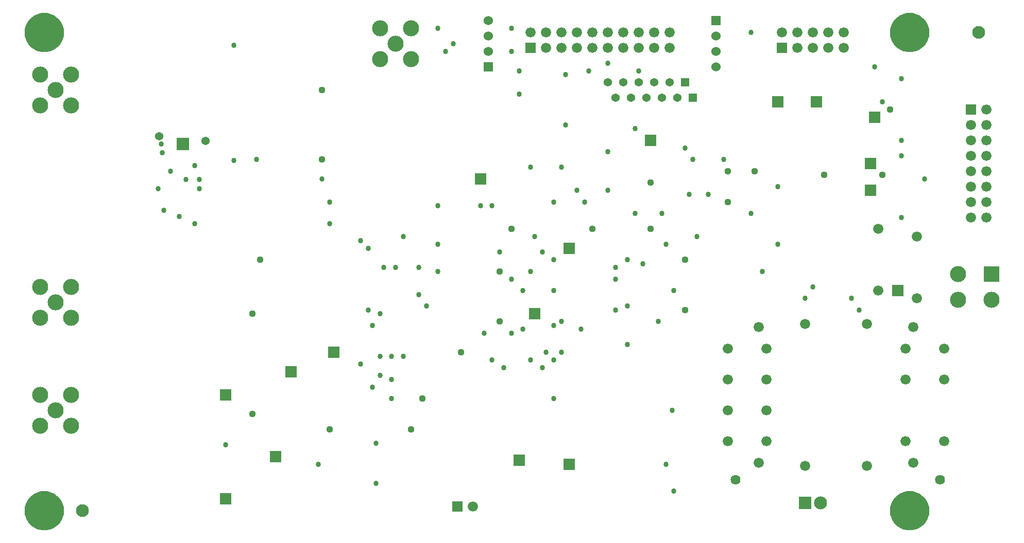
<source format=gbs>
*%FSLAX24Y24*%
*%MOIN*%
G01*
%ADD11C,0.0000*%
%ADD12C,0.0050*%
%ADD13C,0.0060*%
%ADD14C,0.0070*%
%ADD15C,0.0073*%
%ADD16C,0.0079*%
%ADD17C,0.0080*%
%ADD18C,0.0098*%
%ADD19C,0.0100*%
%ADD20C,0.0120*%
%ADD21C,0.0160*%
%ADD22C,0.0200*%
%ADD23C,0.0200*%
%ADD24C,0.0240*%
%ADD25O,0.0240X0.0800*%
%ADD26O,0.0280X0.0840*%
%ADD27C,0.0300*%
%ADD28C,0.0300*%
%ADD29C,0.0320*%
%ADD30C,0.0340*%
%ADD31C,0.0360*%
%ADD32C,0.0380*%
%ADD33C,0.0394*%
%ADD34C,0.0400*%
%ADD35C,0.0400*%
%ADD36C,0.0430*%
%ADD37C,0.0434*%
%ADD38C,0.0440*%
%ADD39C,0.0500*%
%ADD40C,0.0500*%
%ADD41O,0.0500X0.1000*%
%ADD42C,0.0520*%
%ADD43C,0.0540*%
%ADD44O,0.0540X0.1040*%
%ADD45C,0.0560*%
%ADD46C,0.0580*%
%ADD47C,0.0600*%
%ADD48C,0.0620*%
%ADD49C,0.0630*%
%ADD50C,0.0640*%
%ADD51C,0.0650*%
%ADD52C,0.0660*%
%ADD53C,0.0670*%
%ADD54C,0.0760*%
%ADD55O,0.0800X0.0240*%
%ADD56C,0.0800*%
%ADD57C,0.0827*%
%ADD58O,0.0840X0.0280*%
%ADD59C,0.0840*%
%ADD60C,0.0850*%
%ADD61C,0.0870*%
%ADD62C,0.1000*%
%ADD63C,0.1040*%
%ADD64C,0.1516*%
%ADD65C,0.2500*%
%ADD66C,0.2500*%
%ADD67R,0.0100X0.0100*%
%ADD68R,0.0100X0.0320*%
%ADD69R,0.0140X0.0360*%
%ADD70R,0.0200X0.0200*%
%ADD71R,0.0300X0.0300*%
%ADD72R,0.0300X0.0300*%
%ADD73R,0.0320X0.0100*%
%ADD74R,0.0340X0.0340*%
%ADD75R,0.0350X0.0550*%
%ADD76R,0.0360X0.0140*%
%ADD77R,0.0360X0.0360*%
%ADD78R,0.0360X0.0500*%
%ADD79R,0.0394X0.0551*%
%ADD80R,0.0394X0.1102*%
%ADD81R,0.0400X0.0400*%
%ADD82R,0.0400X0.0500*%
%ADD83R,0.0400X0.0540*%
%ADD84R,0.0400X0.0750*%
%ADD85R,0.0434X0.0591*%
%ADD86R,0.0440X0.0540*%
%ADD87R,0.0500X0.0360*%
%ADD88R,0.0500X0.0400*%
%ADD89R,0.0500X0.0500*%
%ADD90R,0.0500X0.0500*%
%ADD91R,0.0500X0.0750*%
%ADD92R,0.0500X0.1000*%
%ADD93R,0.0532X0.0177*%
%ADD94R,0.0540X0.0400*%
%ADD95R,0.0540X0.0440*%
%ADD96R,0.0540X0.0540*%
%ADD97R,0.0540X0.0790*%
%ADD98R,0.0540X0.1040*%
%ADD99R,0.0550X0.0350*%
%ADD100R,0.0551X0.0394*%
%ADD101R,0.0560X0.0560*%
%ADD102R,0.0572X0.0217*%
%ADD103R,0.0591X0.0434*%
%ADD104R,0.0600X0.0600*%
%ADD105R,0.0620X0.0620*%
%ADD106R,0.0640X0.0640*%
%ADD107R,0.0650X0.0300*%
%ADD108R,0.0660X0.0660*%
%ADD109R,0.0700X0.0300*%
%ADD110R,0.0700X0.0340*%
%ADD111R,0.0700X0.0350*%
%ADD112R,0.0700X0.0700*%
%ADD113R,0.0700X0.0700*%
%ADD114R,0.0709X0.0394*%
%ADD115R,0.0740X0.0740*%
%ADD116R,0.0748X0.0465*%
%ADD117R,0.0748X0.0937*%
%ADD118R,0.0749X0.0434*%
%ADD119R,0.0750X0.0300*%
%ADD120R,0.0750X0.0400*%
%ADD121R,0.0750X0.0500*%
%ADD122R,0.0750X0.0550*%
%ADD123R,0.0750X0.0800*%
%ADD124R,0.0788X0.0505*%
%ADD125R,0.0788X0.0977*%
%ADD126R,0.0790X0.0540*%
%ADD127R,0.0790X0.0840*%
%ADD128R,0.0800X0.0350*%
%ADD129R,0.0800X0.0550*%
%ADD130R,0.0800X0.0750*%
%ADD131R,0.0800X0.0800*%
%ADD132R,0.0827X0.0394*%
%ADD133R,0.0827X0.0512*%
%ADD134R,0.0827X0.0591*%
%ADD135R,0.0840X0.0790*%
%ADD136R,0.0840X0.0840*%
%ADD137R,0.0850X0.0700*%
%ADD138R,0.0867X0.0434*%
%ADD139R,0.0867X0.0552*%
%ADD140R,0.0867X0.0631*%
%ADD141R,0.0890X0.0740*%
%ADD142R,0.0900X0.0900*%
%ADD143R,0.0960X0.0540*%
%ADD144R,0.1000X0.0600*%
%ADD145R,0.1000X0.1000*%
%ADD146R,0.1000X0.1000*%
%ADD147R,0.1040X0.0640*%
%ADD148R,0.1040X0.1040*%
%ADD149R,0.1100X0.1100*%
%ADD150R,0.1200X0.0500*%
%ADD151R,0.1200X0.1200*%
%ADD152R,0.1250X0.0600*%
%ADD153R,0.1290X0.0640*%
%ADD154R,0.1300X0.0650*%
%ADD155R,0.1300X0.0700*%
%ADD156R,0.1350X0.0600*%
%ADD157R,0.1350X0.0650*%
%ADD158R,0.1400X0.0650*%
%ADD159R,0.1400X0.0700*%
%ADD160R,0.1417X0.0551*%
%ADD161R,0.1500X0.0750*%
%ADD162R,0.1500X0.1500*%
%ADD163R,0.1540X0.0790*%
%ADD164R,0.1600X0.0150*%
%ADD165R,0.2500X0.2500*%
D11*
X87630Y63000D02*
D03*
X88080Y60050D02*
D03*
X88130Y51200D02*
D03*
X88630Y49750D02*
D03*
X88880Y36750D02*
D03*
X88630Y44250D02*
D03*
X87880Y40250D02*
D03*
X88380Y45750D02*
D03*
X87380Y48250D02*
D03*
Y46750D02*
D03*
X87630Y44750D02*
D03*
X87130Y42250D02*
D03*
Y33500D02*
D03*
X88880Y32750D02*
D03*
Y32250D02*
D03*
X86380Y52500D02*
D03*
X86630Y53500D02*
D03*
Y54500D02*
D03*
Y55500D02*
D03*
X86380Y57000D02*
D03*
X86130Y60500D02*
D03*
X85630Y59000D02*
D03*
Y54000D02*
D03*
X85080Y61700D02*
D03*
X85630Y34250D02*
D03*
X86630Y35500D02*
D03*
X85880Y38750D02*
D03*
X85380Y32750D02*
D03*
X85130Y32250D02*
D03*
X84080Y53900D02*
D03*
X84130Y57500D02*
D03*
X83880Y60000D02*
D03*
X84130Y59000D02*
D03*
Y55500D02*
D03*
X84380Y56500D02*
D03*
X84880Y51500D02*
D03*
Y48750D02*
D03*
X83380Y49000D02*
D03*
X84630Y46000D02*
D03*
X84130Y39250D02*
D03*
Y35500D02*
D03*
X84380Y34500D02*
D03*
X81480Y60400D02*
D03*
X82080Y56500D02*
D03*
X81680Y61450D02*
D03*
X81380Y35500D02*
D03*
Y34500D02*
D03*
X81880Y38500D02*
D03*
X79630Y62250D02*
D03*
X81130Y57500D02*
D03*
X79980Y64050D02*
D03*
X80230Y56950D02*
D03*
X79880Y60600D02*
D03*
X80630Y50750D02*
D03*
X80880Y49000D02*
D03*
X79880Y43000D02*
D03*
X80630Y40000D02*
D03*
X80880Y32250D02*
D03*
X78880Y61250D02*
D03*
X79130Y50000D02*
D03*
Y52500D02*
D03*
X78530Y58900D02*
D03*
X77880Y64750D02*
D03*
Y60500D02*
D03*
X78430Y56700D02*
D03*
X77880Y50250D02*
D03*
X77630Y53000D02*
D03*
X78130Y47000D02*
D03*
X78380Y45500D02*
D03*
X78130Y37750D02*
D03*
X78380Y32500D02*
D03*
X76380Y60750D02*
D03*
X75380Y62000D02*
D03*
X77130Y62250D02*
D03*
X75630Y53000D02*
D03*
X77130Y35500D02*
D03*
X76880Y34500D02*
D03*
X75880Y43000D02*
D03*
Y40000D02*
D03*
X75630Y32250D02*
D03*
X74130Y60750D02*
D03*
X75130Y54250D02*
D03*
X74030Y62400D02*
D03*
X74880Y35500D02*
D03*
Y48750D02*
D03*
X74130Y32250D02*
D03*
X71380Y61750D02*
D03*
X72130Y54000D02*
D03*
Y52750D02*
D03*
X71980Y55850D02*
D03*
X71880Y57750D02*
D03*
X73030Y57000D02*
D03*
X71880Y50750D02*
D03*
X71630Y35750D02*
D03*
X72380Y41500D02*
D03*
X73130Y34500D02*
D03*
Y49500D02*
D03*
X72130Y32500D02*
D03*
X69630Y57400D02*
D03*
X69880Y46000D02*
D03*
X71130Y48500D02*
D03*
X70630Y44500D02*
D03*
X69880Y42750D02*
D03*
X70630Y40500D02*
D03*
X70130Y38500D02*
D03*
X70630Y33750D02*
D03*
X68230Y58850D02*
D03*
X68580Y62850D02*
D03*
X68480Y49900D02*
D03*
X67880Y51000D02*
D03*
X67930Y54950D02*
D03*
X69380Y43750D02*
D03*
X67880Y47250D02*
D03*
Y48500D02*
D03*
Y33500D02*
D03*
X69380Y33250D02*
D03*
X67080Y51700D02*
D03*
X65880Y50750D02*
D03*
X66130Y44750D02*
D03*
X65630Y45750D02*
D03*
X66630Y42750D02*
D03*
Y40250D02*
D03*
X66130Y38750D02*
D03*
X66880Y33500D02*
D03*
X64380Y53750D02*
D03*
X64880Y56000D02*
D03*
X64130Y50750D02*
D03*
X65380Y51750D02*
D03*
X64630Y43250D02*
D03*
X64880Y36500D02*
D03*
X63880Y39250D02*
D03*
X64380Y40500D02*
D03*
Y37500D02*
D03*
X63380Y54750D02*
D03*
X63180Y64550D02*
D03*
X63030Y62450D02*
D03*
X63380Y52500D02*
D03*
Y42250D02*
D03*
Y45750D02*
D03*
Y36250D02*
D03*
Y34250D02*
D03*
Y32750D02*
D03*
X62080Y62500D02*
D03*
X61730Y61000D02*
D03*
X62130Y49250D02*
D03*
Y37750D02*
D03*
Y40750D02*
D03*
X62380Y42750D02*
D03*
X61630Y48000D02*
D03*
X59880Y58050D02*
D03*
X59780Y55800D02*
D03*
X61380Y44750D02*
D03*
Y43250D02*
D03*
X60380Y39000D02*
D03*
X59680Y46000D02*
D03*
X60730Y42100D02*
D03*
X60630Y49250D02*
D03*
X61130Y46000D02*
D03*
X59880Y32750D02*
D03*
X59380Y53750D02*
D03*
X57830Y63850D02*
D03*
X59230Y61100D02*
D03*
X58430Y55750D02*
D03*
X58380Y57750D02*
D03*
X59630Y44750D02*
D03*
Y35750D02*
D03*
X58880Y37600D02*
D03*
X59330Y42800D02*
D03*
X59080Y49200D02*
D03*
X59380Y47850D02*
D03*
X59630Y34000D02*
D03*
X56830Y63900D02*
D03*
X57030Y61350D02*
D03*
X57380Y52250D02*
D03*
X57180Y56450D02*
D03*
X57230Y54800D02*
D03*
X55880Y44150D02*
D03*
X56130Y35750D02*
D03*
X56880Y36500D02*
D03*
X56130Y37250D02*
D03*
X55880Y40550D02*
D03*
X56030Y47150D02*
D03*
X55730Y45850D02*
D03*
X55880Y48500D02*
D03*
X56880Y38750D02*
D03*
X56380Y33750D02*
D03*
Y32750D02*
D03*
X54180Y57100D02*
D03*
X54380Y62100D02*
D03*
X54130Y59400D02*
D03*
X54630Y49750D02*
D03*
Y50750D02*
D03*
Y51500D02*
D03*
X54880Y52500D02*
D03*
X54130Y53500D02*
D03*
X54380Y41750D02*
D03*
X55380Y36500D02*
D03*
X54230Y37200D02*
D03*
X53830Y44350D02*
D03*
X55630Y34750D02*
D03*
X54130Y40750D02*
D03*
X52030Y57000D02*
D03*
X52130Y62100D02*
D03*
X52180Y59400D02*
D03*
X52880Y51250D02*
D03*
X53130Y53000D02*
D03*
X52130Y35500D02*
D03*
X52280Y44250D02*
D03*
X53380Y45750D02*
D03*
X52130Y41000D02*
D03*
X53380Y34750D02*
D03*
X49880Y62250D02*
D03*
X51780Y54600D02*
D03*
X51130Y51250D02*
D03*
X50380Y40750D02*
D03*
X49880Y45000D02*
D03*
X51130Y43750D02*
D03*
X50630Y36400D02*
D03*
X50680Y39600D02*
D03*
X50980Y41950D02*
D03*
X51280Y44750D02*
D03*
X49930Y43500D02*
D03*
X50330Y47350D02*
D03*
X51380Y33250D02*
D03*
X48380Y59750D02*
D03*
Y61250D02*
D03*
X49730Y52750D02*
D03*
X49530Y50700D02*
D03*
X48230Y50750D02*
D03*
X48380Y40500D02*
D03*
X49280Y42150D02*
D03*
X48030Y45500D02*
D03*
Y43500D02*
D03*
X49280Y39750D02*
D03*
X48280Y37800D02*
D03*
X48230Y39400D02*
D03*
X48130Y36500D02*
D03*
X49130D02*
D03*
X47430Y55000D02*
D03*
X47630Y42000D02*
D03*
Y33000D02*
D03*
X46380Y64250D02*
D03*
X46630Y64750D02*
D03*
X46880Y62500D02*
D03*
Y59750D02*
D03*
X47130Y51500D02*
D03*
Y53000D02*
D03*
X46380Y51000D02*
D03*
X46130Y50000D02*
D03*
X45980Y57050D02*
D03*
X47130Y43250D02*
D03*
Y48250D02*
D03*
Y45500D02*
D03*
Y46500D02*
D03*
X46130Y35250D02*
D03*
X44780Y62050D02*
D03*
X45880Y58500D02*
D03*
X45180Y55150D02*
D03*
X44630Y44000D02*
D03*
X44880Y45400D02*
D03*
Y47000D02*
D03*
X45380Y42000D02*
D03*
X44430Y41250D02*
D03*
X45130Y35250D02*
D03*
X44630Y33000D02*
D03*
X43180Y63750D02*
D03*
X42580Y60500D02*
D03*
X42930Y55100D02*
D03*
X43130Y58000D02*
D03*
X42980Y59350D02*
D03*
X43880Y53000D02*
D03*
X43630Y50750D02*
D03*
X43130Y35000D02*
D03*
Y36750D02*
D03*
X43380Y33500D02*
D03*
X40830Y58450D02*
D03*
Y57300D02*
D03*
X40580Y53750D02*
D03*
X40130Y58750D02*
D03*
Y62250D02*
D03*
X41130Y63750D02*
D03*
Y62750D02*
D03*
X41630Y60000D02*
D03*
X40780Y56400D02*
D03*
X40580Y51250D02*
D03*
X40630Y52800D02*
D03*
X41880Y43850D02*
D03*
X40380Y34000D02*
D03*
X41630Y41250D02*
D03*
X41130Y46750D02*
D03*
X40130Y43500D02*
D03*
X41130D02*
D03*
X40130Y41250D02*
D03*
X41130Y38750D02*
D03*
Y37750D02*
D03*
X40880Y32750D02*
D03*
X38630Y54650D02*
D03*
X38880Y58750D02*
D03*
Y61250D02*
D03*
Y62250D02*
D03*
X39380Y55000D02*
D03*
X38330Y51000D02*
D03*
X39630Y51250D02*
D03*
X39680Y52850D02*
D03*
X39930Y40000D02*
D03*
X39880Y46750D02*
D03*
X39130Y47750D02*
D03*
Y49000D02*
D03*
Y39250D02*
D03*
X39380Y36750D02*
D03*
X38380Y35500D02*
D03*
X39380Y32750D02*
D03*
X36880Y56000D02*
D03*
X37780Y55800D02*
D03*
X37280Y57400D02*
D03*
X37880Y58750D02*
D03*
X37130Y62250D02*
D03*
X37880Y40000D02*
D03*
X37630Y44250D02*
D03*
Y41250D02*
D03*
Y37250D02*
D03*
X37380Y39000D02*
D03*
X37630Y34500D02*
D03*
Y32500D02*
D03*
X34230Y51000D02*
D03*
X35380Y57900D02*
D03*
X34380Y58750D02*
D03*
X35880Y60750D02*
D03*
X34880Y62250D02*
D03*
X34380Y53200D02*
D03*
Y45750D02*
D03*
X35880Y34000D02*
D03*
Y35750D02*
D03*
Y43000D02*
D03*
Y41250D02*
D03*
Y32500D02*
D03*
X33430Y55200D02*
D03*
X33630Y57800D02*
D03*
Y62250D02*
D03*
Y60250D02*
D03*
Y61250D02*
D03*
X32980Y56550D02*
D03*
X34130Y42250D02*
D03*
Y41250D02*
D03*
Y43750D02*
D03*
Y44750D02*
D03*
Y39500D02*
D03*
X33880Y37500D02*
D03*
Y36500D02*
D03*
Y35000D02*
D03*
Y34000D02*
D03*
X33630Y33250D02*
D03*
X32180Y58050D02*
D03*
X31880Y44500D02*
D03*
X32130Y42500D02*
D03*
Y36000D02*
D03*
Y33250D02*
D03*
X31280Y60100D02*
D03*
X30630Y54000D02*
D03*
X31180Y56700D02*
D03*
X30880Y58000D02*
D03*
X31230Y54750D02*
D03*
X31380Y34000D02*
D03*
Y39250D02*
D03*
X28830Y57950D02*
D03*
X29980Y56550D02*
D03*
X28730D02*
D03*
X29380Y54000D02*
D03*
X28730Y54650D02*
D03*
X29980Y54750D02*
D03*
X29380Y35400D02*
D03*
X28380Y35750D02*
D03*
X29880Y44250D02*
D03*
X29630Y42250D02*
D03*
X29880Y36750D02*
D03*
X27480Y56550D02*
D03*
X28130Y54000D02*
D03*
X26880D02*
D03*
X28180Y57850D02*
D03*
X26680Y58450D02*
D03*
X27530Y54650D02*
D03*
X27130Y37750D02*
D03*
X27380Y43000D02*
D03*
X26630Y42250D02*
D03*
X27380Y35750D02*
D03*
X26230Y56550D02*
D03*
Y54650D02*
D03*
D30*
X84130Y54500D02*
D03*
X82630Y61000D02*
D03*
X81380Y59500D02*
D03*
X82630Y57000D02*
D03*
Y56000D02*
D03*
Y52000D02*
D03*
X80880Y61750D02*
D03*
X79380Y46750D02*
D03*
X79880Y46000D02*
D03*
X76880Y47500D02*
D03*
X76380Y46750D02*
D03*
X74630Y50250D02*
D03*
Y54000D02*
D03*
X73630Y48500D02*
D03*
X72880Y64000D02*
D03*
Y52250D02*
D03*
X70130Y53500D02*
D03*
X71130Y55750D02*
D03*
X68630Y56500D02*
D03*
X69380Y50750D02*
D03*
X69130Y55750D02*
D03*
X68880Y53500D02*
D03*
X67880Y34250D02*
D03*
Y47250D02*
D03*
X67780Y39500D02*
D03*
X67130Y52250D02*
D03*
X67380Y50250D02*
D03*
X65630Y61500D02*
D03*
X67380Y36000D02*
D03*
X65880Y49000D02*
D03*
X66880Y45250D02*
D03*
X65380Y52250D02*
D03*
Y57750D02*
D03*
X63630Y56250D02*
D03*
Y53750D02*
D03*
Y62000D02*
D03*
X64130Y48750D02*
D03*
X64880Y43750D02*
D03*
Y46250D02*
D03*
Y49250D02*
D03*
X64130Y48000D02*
D03*
Y46000D02*
D03*
X62130Y53000D02*
D03*
X62380Y61500D02*
D03*
X61630Y53750D02*
D03*
X61880Y44750D02*
D03*
X60630Y55250D02*
D03*
X60880Y61250D02*
D03*
Y58000D02*
D03*
X60130Y53000D02*
D03*
Y42750D02*
D03*
X60630Y43250D02*
D03*
X60130Y45000D02*
D03*
Y49250D02*
D03*
Y47250D02*
D03*
Y40250D02*
D03*
X60630Y45250D02*
D03*
X58630Y55250D02*
D03*
X57880Y61500D02*
D03*
X58880Y50750D02*
D03*
X59380Y49750D02*
D03*
X57880Y60000D02*
D03*
X59630Y43250D02*
D03*
X58630Y42750D02*
D03*
X58130Y44750D02*
D03*
X58630Y48500D02*
D03*
X58130Y47250D02*
D03*
X59380Y42250D02*
D03*
X56130Y52750D02*
D03*
X57380Y64250D02*
D03*
X56630Y49750D02*
D03*
X57380Y62750D02*
D03*
X56880Y42250D02*
D03*
X57380Y44500D02*
D03*
Y48000D02*
D03*
X56130Y42750D02*
D03*
X55380Y52750D02*
D03*
X55630Y44500D02*
D03*
X52630Y52750D02*
D03*
Y50250D02*
D03*
X53630Y63250D02*
D03*
X53130Y62750D02*
D03*
X52630Y64250D02*
D03*
Y48500D02*
D03*
X51880Y46250D02*
D03*
X50380Y50750D02*
D03*
X51380Y48750D02*
D03*
X50380Y43000D02*
D03*
X49880Y48750D02*
D03*
X51380Y47000D02*
D03*
X48130Y50000D02*
D03*
X49130Y48750D02*
D03*
X48130Y46000D02*
D03*
X48380Y45000D02*
D03*
X48880Y45750D02*
D03*
Y43000D02*
D03*
Y41750D02*
D03*
X48380Y41000D02*
D03*
X49630Y43000D02*
D03*
Y41500D02*
D03*
Y40250D02*
D03*
X48630Y34750D02*
D03*
Y37350D02*
D03*
X47630Y50500D02*
D03*
Y42500D02*
D03*
X45630Y53000D02*
D03*
Y51600D02*
D03*
X45130Y54500D02*
D03*
X44880Y36000D02*
D03*
X40880Y55750D02*
D03*
X39430Y55700D02*
D03*
Y63150D02*
D03*
X38880Y37250D02*
D03*
X36880Y51600D02*
D03*
Y55350D02*
D03*
X37180Y54450D02*
D03*
X36330D02*
D03*
X37180Y53850D02*
D03*
X35880Y52050D02*
D03*
X34880Y52450D02*
D03*
X34730Y56750D02*
D03*
X35330Y55000D02*
D03*
X34530Y53850D02*
D03*
X34790Y56180D02*
D03*
D37*
X87630Y64000D02*
D03*
X29630Y33000D02*
D03*
D38*
X81380Y54750D02*
D03*
X81880Y59000D02*
D03*
X77630Y54750D02*
D03*
X73130Y55000D02*
D03*
X71380Y53000D02*
D03*
Y55000D02*
D03*
X68630Y46000D02*
D03*
Y49250D02*
D03*
X66380Y54250D02*
D03*
Y51250D02*
D03*
X62630D02*
D03*
X57380D02*
D03*
X56630Y48500D02*
D03*
Y45250D02*
D03*
X54130Y43250D02*
D03*
X50880Y38250D02*
D03*
X51630Y40250D02*
D03*
X45130Y60250D02*
D03*
Y55750D02*
D03*
X45630Y38250D02*
D03*
X41130Y49250D02*
D03*
X40630Y45750D02*
D03*
Y39250D02*
D03*
D40*
X82110Y64000D02*
X82111D01*
X82110D02*
X82115Y63903D01*
X82128Y63807D01*
X82151Y63713D01*
X82183Y63621D01*
X82223Y63533D01*
X82272Y63449D01*
X82328Y63369D01*
X82392Y63296D01*
X82462Y63229D01*
X82538Y63169D01*
X82620Y63117D01*
X82706Y63072D01*
X82796Y63036D01*
X82890Y63009D01*
X82985Y62990D01*
X83081Y62981D01*
X83179D01*
X83275Y62990D01*
X83370Y63009D01*
X83464Y63036D01*
X83554Y63072D01*
X83640Y63117D01*
X83722Y63169D01*
X83798Y63229D01*
X83868Y63296D01*
X83932Y63369D01*
X83988Y63449D01*
X84037Y63533D01*
X84077Y63621D01*
X84109Y63713D01*
X84132Y63807D01*
X84145Y63903D01*
X84150Y64000D01*
X84151D01*
X84150D02*
X84145Y64097D01*
X84132Y64193D01*
X84109Y64287D01*
X84077Y64379D01*
X84037Y64467D01*
X83988Y64551D01*
X83932Y64631D01*
X83868Y64704D01*
X83798Y64771D01*
X83722Y64831D01*
X83640Y64883D01*
X83554Y64928D01*
X83464Y64964D01*
X83370Y64991D01*
X83275Y65010D01*
X83179Y65019D01*
X83081D01*
X82985Y65010D01*
X82890Y64991D01*
X82796Y64964D01*
X82706Y64928D01*
X82620Y64883D01*
X82538Y64831D01*
X82462Y64771D01*
X82392Y64704D01*
X82328Y64631D01*
X82272Y64551D01*
X82223Y64467D01*
X82183Y64379D01*
X82151Y64287D01*
X82128Y64193D01*
X82115Y64097D01*
X82110Y64000D01*
X82590D02*
X82591D01*
X82590D02*
X82596Y63920D01*
X82614Y63841D01*
X82643Y63766D01*
X82684Y63696D01*
X82734Y63633D01*
X82793Y63578D01*
X82860Y63532D01*
X82933Y63497D01*
X83010Y63474D01*
X83090Y63462D01*
X83170D01*
X83250Y63474D01*
X83327Y63497D01*
X83400Y63532D01*
X83467Y63578D01*
X83526Y63633D01*
X83576Y63696D01*
X83617Y63766D01*
X83646Y63841D01*
X83664Y63920D01*
X83670Y64000D01*
X83671D01*
X83670D02*
X83664Y64080D01*
X83646Y64159D01*
X83617Y64234D01*
X83576Y64304D01*
X83526Y64367D01*
X83467Y64422D01*
X83400Y64468D01*
X83327Y64503D01*
X83250Y64526D01*
X83170Y64538D01*
X83090D01*
X83010Y64526D01*
X82933Y64503D01*
X82860Y64468D01*
X82793Y64422D01*
X82734Y64367D01*
X82684Y64304D01*
X82643Y64234D01*
X82614Y64159D01*
X82596Y64080D01*
X82590Y64000D01*
X83070D02*
X83071D01*
X83070D02*
X83074Y63979D01*
X83084Y63961D01*
X83100Y63948D01*
X83120Y63941D01*
X83140D01*
X83160Y63948D01*
X83176Y63961D01*
X83186Y63979D01*
X83190Y64000D01*
X83191D01*
X83190D02*
X83186Y64021D01*
X83176Y64039D01*
X83160Y64052D01*
X83140Y64059D01*
X83120D01*
X83100Y64052D01*
X83084Y64039D01*
X83074Y64021D01*
X83070Y64000D01*
X82110Y33000D02*
X82111D01*
X82110D02*
X82115Y32903D01*
X82128Y32807D01*
X82151Y32713D01*
X82183Y32621D01*
X82223Y32533D01*
X82272Y32449D01*
X82328Y32369D01*
X82392Y32296D01*
X82462Y32229D01*
X82538Y32169D01*
X82620Y32117D01*
X82706Y32072D01*
X82796Y32036D01*
X82890Y32009D01*
X82985Y31990D01*
X83081Y31981D01*
X83179D01*
X83275Y31990D01*
X83370Y32009D01*
X83464Y32036D01*
X83554Y32072D01*
X83640Y32117D01*
X83722Y32169D01*
X83798Y32229D01*
X83868Y32296D01*
X83932Y32369D01*
X83988Y32449D01*
X84037Y32533D01*
X84077Y32621D01*
X84109Y32713D01*
X84132Y32807D01*
X84145Y32903D01*
X84150Y33000D01*
X84151D01*
X84150D02*
X84145Y33097D01*
X84132Y33193D01*
X84109Y33287D01*
X84077Y33379D01*
X84037Y33467D01*
X83988Y33551D01*
X83932Y33631D01*
X83868Y33704D01*
X83798Y33771D01*
X83722Y33831D01*
X83640Y33883D01*
X83554Y33928D01*
X83464Y33964D01*
X83370Y33991D01*
X83275Y34010D01*
X83179Y34019D01*
X83081D01*
X82985Y34010D01*
X82890Y33991D01*
X82796Y33964D01*
X82706Y33928D01*
X82620Y33883D01*
X82538Y33831D01*
X82462Y33771D01*
X82392Y33704D01*
X82328Y33631D01*
X82272Y33551D01*
X82223Y33467D01*
X82183Y33379D01*
X82151Y33287D01*
X82128Y33193D01*
X82115Y33097D01*
X82110Y33000D01*
X82590D02*
X82591D01*
X82590D02*
X82596Y32920D01*
X82614Y32841D01*
X82643Y32766D01*
X82684Y32696D01*
X82734Y32633D01*
X82793Y32578D01*
X82860Y32532D01*
X82933Y32497D01*
X83010Y32474D01*
X83090Y32462D01*
X83170D01*
X83250Y32474D01*
X83327Y32497D01*
X83400Y32532D01*
X83467Y32578D01*
X83526Y32633D01*
X83576Y32696D01*
X83617Y32766D01*
X83646Y32841D01*
X83664Y32920D01*
X83670Y33000D01*
X83671D01*
X83670D02*
X83664Y33080D01*
X83646Y33159D01*
X83617Y33234D01*
X83576Y33304D01*
X83526Y33367D01*
X83467Y33422D01*
X83400Y33468D01*
X83327Y33503D01*
X83250Y33526D01*
X83170Y33538D01*
X83090D01*
X83010Y33526D01*
X82933Y33503D01*
X82860Y33468D01*
X82793Y33422D01*
X82734Y33367D01*
X82684Y33304D01*
X82643Y33234D01*
X82614Y33159D01*
X82596Y33080D01*
X82590Y33000D01*
X83070D02*
X83071D01*
X83070D02*
X83074Y32979D01*
X83084Y32961D01*
X83100Y32948D01*
X83120Y32941D01*
X83140D01*
X83160Y32948D01*
X83176Y32961D01*
X83186Y32979D01*
X83190Y33000D01*
X83191D01*
X83190D02*
X83186Y33021D01*
X83176Y33039D01*
X83160Y33052D01*
X83140Y33059D01*
X83120D01*
X83100Y33052D01*
X83084Y33039D01*
X83074Y33021D01*
X83070Y33000D01*
X26110Y64000D02*
X26111D01*
X26110D02*
X26115Y63903D01*
X26128Y63807D01*
X26151Y63713D01*
X26183Y63621D01*
X26223Y63533D01*
X26272Y63449D01*
X26328Y63369D01*
X26392Y63296D01*
X26462Y63229D01*
X26538Y63169D01*
X26620Y63117D01*
X26706Y63072D01*
X26796Y63036D01*
X26890Y63009D01*
X26985Y62990D01*
X27081Y62981D01*
X27179D01*
X27275Y62990D01*
X27370Y63009D01*
X27464Y63036D01*
X27554Y63072D01*
X27640Y63117D01*
X27722Y63169D01*
X27798Y63229D01*
X27868Y63296D01*
X27932Y63369D01*
X27988Y63449D01*
X28037Y63533D01*
X28077Y63621D01*
X28109Y63713D01*
X28132Y63807D01*
X28145Y63903D01*
X28150Y64000D01*
X28151D01*
X28150D02*
X28145Y64097D01*
X28132Y64193D01*
X28109Y64287D01*
X28077Y64379D01*
X28037Y64467D01*
X27988Y64551D01*
X27932Y64631D01*
X27868Y64704D01*
X27798Y64771D01*
X27722Y64831D01*
X27640Y64883D01*
X27554Y64928D01*
X27464Y64964D01*
X27370Y64991D01*
X27275Y65010D01*
X27179Y65019D01*
X27081D01*
X26985Y65010D01*
X26890Y64991D01*
X26796Y64964D01*
X26706Y64928D01*
X26620Y64883D01*
X26538Y64831D01*
X26462Y64771D01*
X26392Y64704D01*
X26328Y64631D01*
X26272Y64551D01*
X26223Y64467D01*
X26183Y64379D01*
X26151Y64287D01*
X26128Y64193D01*
X26115Y64097D01*
X26110Y64000D01*
X26590D02*
X26591D01*
X26590D02*
X26596Y63920D01*
X26614Y63841D01*
X26643Y63766D01*
X26684Y63696D01*
X26734Y63633D01*
X26793Y63578D01*
X26860Y63532D01*
X26933Y63497D01*
X27010Y63474D01*
X27090Y63462D01*
X27170D01*
X27250Y63474D01*
X27327Y63497D01*
X27400Y63532D01*
X27467Y63578D01*
X27526Y63633D01*
X27576Y63696D01*
X27617Y63766D01*
X27646Y63841D01*
X27664Y63920D01*
X27670Y64000D01*
X27671D01*
X27670D02*
X27664Y64080D01*
X27646Y64159D01*
X27617Y64234D01*
X27576Y64304D01*
X27526Y64367D01*
X27467Y64422D01*
X27400Y64468D01*
X27327Y64503D01*
X27250Y64526D01*
X27170Y64538D01*
X27090D01*
X27010Y64526D01*
X26933Y64503D01*
X26860Y64468D01*
X26793Y64422D01*
X26734Y64367D01*
X26684Y64304D01*
X26643Y64234D01*
X26614Y64159D01*
X26596Y64080D01*
X26590Y64000D01*
X27070D02*
X27071D01*
X27070D02*
X27074Y63979D01*
X27084Y63961D01*
X27100Y63948D01*
X27120Y63941D01*
X27140D01*
X27160Y63948D01*
X27176Y63961D01*
X27186Y63979D01*
X27190Y64000D01*
X27191D01*
X27190D02*
X27186Y64021D01*
X27176Y64039D01*
X27160Y64052D01*
X27140Y64059D01*
X27120D01*
X27100Y64052D01*
X27084Y64039D01*
X27074Y64021D01*
X27070Y64000D01*
X26110Y33000D02*
X26111D01*
X26110D02*
X26115Y32903D01*
X26128Y32807D01*
X26151Y32713D01*
X26183Y32621D01*
X26223Y32533D01*
X26272Y32449D01*
X26328Y32369D01*
X26392Y32296D01*
X26462Y32229D01*
X26538Y32169D01*
X26620Y32117D01*
X26706Y32072D01*
X26796Y32036D01*
X26890Y32009D01*
X26985Y31990D01*
X27081Y31981D01*
X27179D01*
X27275Y31990D01*
X27370Y32009D01*
X27464Y32036D01*
X27554Y32072D01*
X27640Y32117D01*
X27722Y32169D01*
X27798Y32229D01*
X27868Y32296D01*
X27932Y32369D01*
X27988Y32449D01*
X28037Y32533D01*
X28077Y32621D01*
X28109Y32713D01*
X28132Y32807D01*
X28145Y32903D01*
X28150Y33000D01*
X28151D01*
X28150D02*
X28145Y33097D01*
X28132Y33193D01*
X28109Y33287D01*
X28077Y33379D01*
X28037Y33467D01*
X27988Y33551D01*
X27932Y33631D01*
X27868Y33704D01*
X27798Y33771D01*
X27722Y33831D01*
X27640Y33883D01*
X27554Y33928D01*
X27464Y33964D01*
X27370Y33991D01*
X27275Y34010D01*
X27179Y34019D01*
X27081D01*
X26985Y34010D01*
X26890Y33991D01*
X26796Y33964D01*
X26706Y33928D01*
X26620Y33883D01*
X26538Y33831D01*
X26462Y33771D01*
X26392Y33704D01*
X26328Y33631D01*
X26272Y33551D01*
X26223Y33467D01*
X26183Y33379D01*
X26151Y33287D01*
X26128Y33193D01*
X26115Y33097D01*
X26110Y33000D01*
X26590D02*
X26591D01*
X26590D02*
X26596Y32920D01*
X26614Y32841D01*
X26643Y32766D01*
X26684Y32696D01*
X26734Y32633D01*
X26793Y32578D01*
X26860Y32532D01*
X26933Y32497D01*
X27010Y32474D01*
X27090Y32462D01*
X27170D01*
X27250Y32474D01*
X27327Y32497D01*
X27400Y32532D01*
X27467Y32578D01*
X27526Y32633D01*
X27576Y32696D01*
X27617Y32766D01*
X27646Y32841D01*
X27664Y32920D01*
X27670Y33000D01*
X27671D01*
X27670D02*
X27664Y33080D01*
X27646Y33159D01*
X27617Y33234D01*
X27576Y33304D01*
X27526Y33367D01*
X27467Y33422D01*
X27400Y33468D01*
X27327Y33503D01*
X27250Y33526D01*
X27170Y33538D01*
X27090D01*
X27010Y33526D01*
X26933Y33503D01*
X26860Y33468D01*
X26793Y33422D01*
X26734Y33367D01*
X26684Y33304D01*
X26643Y33234D01*
X26614Y33159D01*
X26596Y33080D01*
X26590Y33000D01*
X27070D02*
X27071D01*
X27070D02*
X27074Y32979D01*
X27084Y32961D01*
X27100Y32948D01*
X27120Y32941D01*
X27140D01*
X27160Y32948D01*
X27176Y32961D01*
X27186Y32979D01*
X27190Y33000D01*
X27191D01*
X27190D02*
X27186Y33021D01*
X27176Y33039D01*
X27160Y33052D01*
X27140Y33059D01*
X27120D01*
X27100Y33052D01*
X27084Y33039D01*
X27074Y33021D01*
X27070Y33000D01*
D43*
X37580Y56950D02*
D03*
X34580Y57250D02*
D03*
X68130Y59750D02*
D03*
X64130D02*
D03*
X65130D02*
D03*
X66130D02*
D03*
X67130D02*
D03*
X67630Y60750D02*
D03*
X63630D02*
D03*
X64630D02*
D03*
X65630D02*
D03*
X66630D02*
D03*
D47*
X70630Y61750D02*
D03*
Y62750D02*
D03*
Y63750D02*
D03*
X55880Y64750D02*
D03*
Y63750D02*
D03*
Y62750D02*
D03*
D50*
X85130Y35000D02*
D03*
X71880D02*
D03*
D52*
X88130Y52000D02*
D03*
X87130D02*
D03*
X88130Y53000D02*
D03*
X87130D02*
D03*
X88130Y54000D02*
D03*
X87130D02*
D03*
X88130Y55000D02*
D03*
X87130D02*
D03*
X88130Y56000D02*
D03*
X87130D02*
D03*
X88130Y57000D02*
D03*
X87130D02*
D03*
Y58000D02*
D03*
X88130Y59000D02*
D03*
Y58000D02*
D03*
X81130Y51250D02*
D03*
Y47250D02*
D03*
X83630Y50750D02*
D03*
Y46750D02*
D03*
X67630Y64000D02*
D03*
Y63000D02*
D03*
X66630Y64000D02*
D03*
Y63000D02*
D03*
X65630Y64000D02*
D03*
Y63000D02*
D03*
X64630Y64000D02*
D03*
Y63000D02*
D03*
X63630Y64000D02*
D03*
Y63000D02*
D03*
X62630Y64000D02*
D03*
Y63000D02*
D03*
X61630Y64000D02*
D03*
Y63000D02*
D03*
X60630Y64000D02*
D03*
Y63000D02*
D03*
X59630D02*
D03*
X58630Y64000D02*
D03*
X59630D02*
D03*
X78880D02*
D03*
X75880Y63000D02*
D03*
X76880D02*
D03*
X77880D02*
D03*
X78880D02*
D03*
X74880Y64000D02*
D03*
X75880D02*
D03*
X76880D02*
D03*
X77880D02*
D03*
X80380Y35900D02*
D03*
Y45100D02*
D03*
X76380D02*
D03*
Y35900D02*
D03*
X73880Y43500D02*
D03*
Y41500D02*
D03*
Y39500D02*
D03*
Y37500D02*
D03*
X82880D02*
D03*
Y41500D02*
D03*
Y43500D02*
D03*
X83380Y36100D02*
D03*
X73380D02*
D03*
X83380Y44900D02*
D03*
X73380D02*
D03*
X71380Y43500D02*
D03*
Y41500D02*
D03*
Y39500D02*
D03*
Y37500D02*
D03*
X85380D02*
D03*
Y41500D02*
D03*
Y43500D02*
D03*
X54880Y33250D02*
D03*
D57*
X87630Y64000D02*
D03*
X29630Y33000D02*
D03*
D59*
X77380Y33500D02*
D03*
D63*
X88463Y46673D02*
D03*
X86297Y48327D02*
D03*
Y46673D02*
D03*
X50880Y64250D02*
D03*
X48880Y62250D02*
D03*
X50880D02*
D03*
X48880Y64250D02*
D03*
X49880Y63250D02*
D03*
X28880Y61250D02*
D03*
X26880Y59250D02*
D03*
X28880D02*
D03*
X26880Y61250D02*
D03*
X27880Y60250D02*
D03*
X28880Y47500D02*
D03*
X26880Y45500D02*
D03*
X28880D02*
D03*
X26880Y47500D02*
D03*
X27880Y46500D02*
D03*
X28880Y40500D02*
D03*
X26880Y38500D02*
D03*
X28880D02*
D03*
X26880Y40500D02*
D03*
X27880Y39500D02*
D03*
D96*
X69130Y59750D02*
D03*
X68630Y60750D02*
D03*
D104*
X70630Y64750D02*
D03*
X55880Y61750D02*
D03*
D108*
X87130Y59000D02*
D03*
X58630Y63000D02*
D03*
X74880D02*
D03*
X53880Y33250D02*
D03*
D115*
X80880Y58500D02*
D03*
X80630Y55500D02*
D03*
Y53750D02*
D03*
X82380Y47250D02*
D03*
X74630Y59500D02*
D03*
X66380Y57000D02*
D03*
X77130Y59500D02*
D03*
X55380Y54500D02*
D03*
X61130Y50000D02*
D03*
Y36000D02*
D03*
X57880Y36250D02*
D03*
X58880Y45750D02*
D03*
X45880Y43250D02*
D03*
X38880Y40500D02*
D03*
X43130Y42000D02*
D03*
X42130Y36500D02*
D03*
X38880Y33750D02*
D03*
D136*
X76380Y33500D02*
D03*
X36130Y56750D02*
D03*
D148*
X88463Y48327D02*
D03*
M02*

</source>
